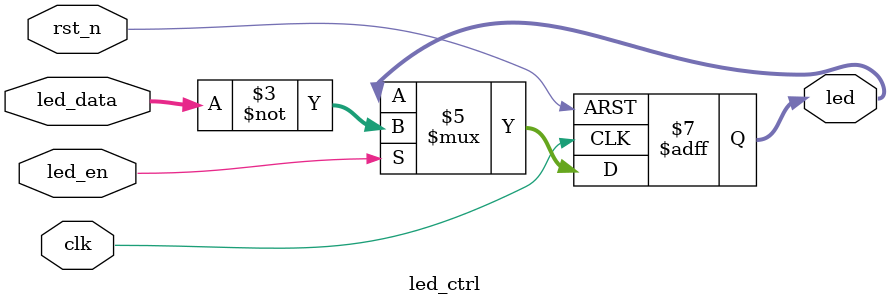
<source format=v>

module led_ctrl(
    input            clk     ,    //Íâ²¿50MÊ±ÖÓ
    input            rst_n   ,    //Íâ²¿¸´Î»ÐÅºÅ£¬µÍÓÐÐ§
    
    input            led_en  ,    //led¿ØÖÆÊ¹ÄÜ
    input      [1:0] led_data,    //led¿ØÖÆÊý¾Ý
    
    output reg [1:0] led          //ledµÆ
    );

//*****************************************************
//**                    main code
//*****************************************************

//¿ØÖÆledµÆµÄ±ä»¯
always @(posedge clk or negedge rst_n) begin 
    if (!rst_n) 
        led <= 2'b00;
    else if(led_en)              //ÔÚled_enÊ¹ÄÜÊ±£¬¸Ä±äledµÆµÄ×´Ì¬
            led <= ~led_data;    //°´¼ü°´ÏÂÊ±ÎªµÍµçÆ½£¬¶øled¸ßµçÆ½Ê±µãÁÁ
        else
            led <= led;
end
    
endmodule 
</source>
